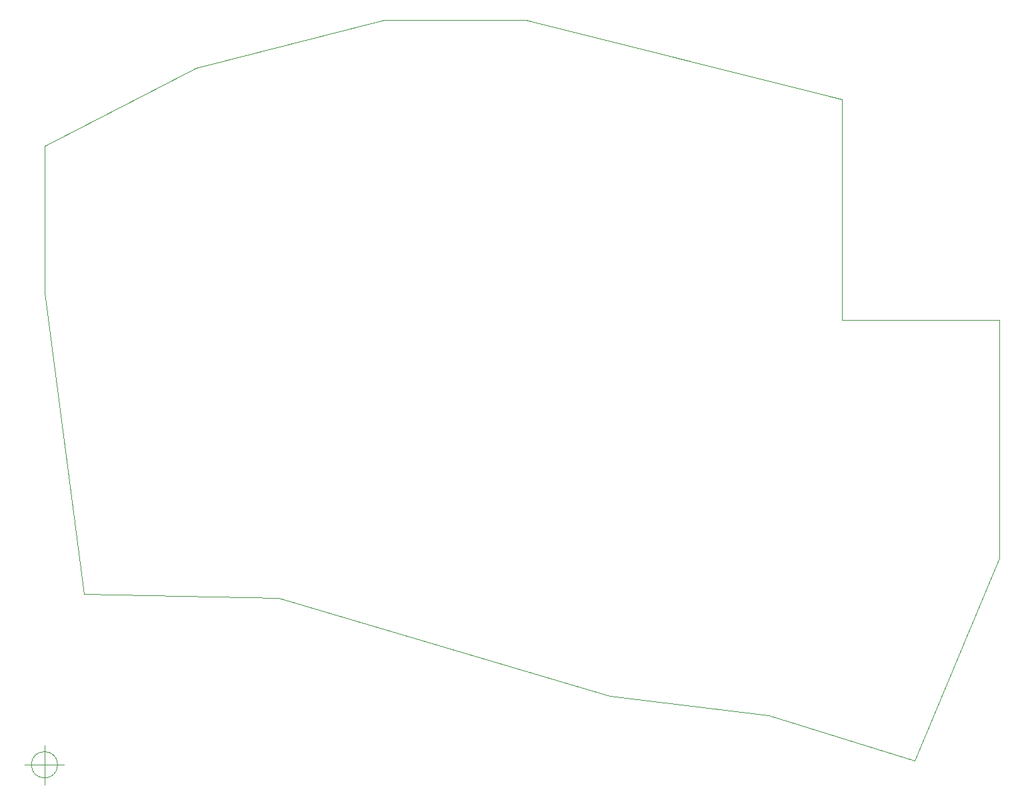
<source format=gm1>
%TF.GenerationSoftware,KiCad,Pcbnew,(6.0.7)*%
%TF.CreationDate,2022-09-04T11:35:24+09:00*%
%TF.ProjectId,selen-full,73656c65-6e2d-4667-956c-6c2e6b696361,rev?*%
%TF.SameCoordinates,Original*%
%TF.FileFunction,Profile,NP*%
%FSLAX46Y46*%
G04 Gerber Fmt 4.6, Leading zero omitted, Abs format (unit mm)*
G04 Created by KiCad (PCBNEW (6.0.7)) date 2022-09-04 11:35:24*
%MOMM*%
%LPD*%
G01*
G04 APERTURE LIST*
%TA.AperFunction,Profile*%
%ADD10C,0.100000*%
%TD*%
G04 APERTURE END LIST*
D10*
X192000000Y-65500000D02*
X192000000Y-93472000D01*
X212000000Y-93472000D01*
X212000000Y-123750000D01*
X201250000Y-149500000D01*
X182750000Y-143750000D01*
X162563104Y-141286903D01*
X120459104Y-128818903D01*
X95758000Y-128270000D01*
X90750000Y-90000000D01*
X90737500Y-71437500D01*
X109982000Y-61468000D01*
X133875000Y-55372000D01*
X151892000Y-55372000D01*
X192000000Y-65500000D01*
X92416666Y-150000000D02*
G75*
G03*
X92416666Y-150000000I-1666666J0D01*
G01*
X88250000Y-150000000D02*
X93250000Y-150000000D01*
X90750000Y-147500000D02*
X90750000Y-152500000D01*
M02*

</source>
